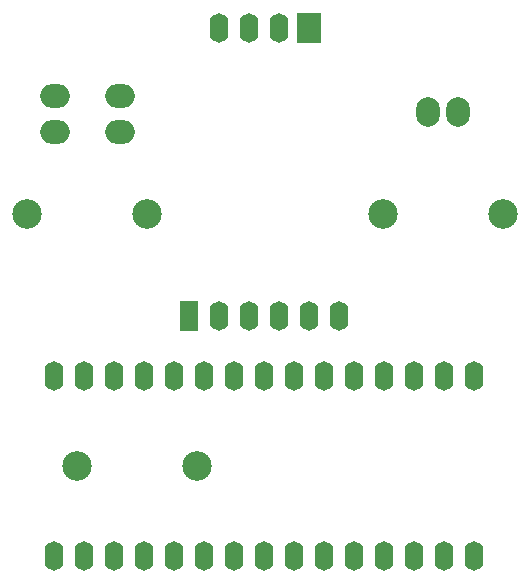
<source format=gtl>
G04 Layer: TopLayer*
G04 EasyEDA v6.5.48, 2025-03-12 00:12:57*
G04 549dcaa0f3144c7bb9172a23e6edd774,878c4c1e0da8487e804687d0af4422f9,10*
G04 Gerber Generator version 0.2*
G04 Scale: 100 percent, Rotated: No, Reflected: No *
G04 Dimensions in millimeters *
G04 leading zeros omitted , absolute positions ,4 integer and 5 decimal *
%FSLAX45Y45*%
%MOMM*%

%ADD10O,1.5999968X2.4999949999999997*%
%ADD11O,2.4999949999999997X1.9999959999999999*%
%ADD12R,1.6000X2.5000*%
%ADD13R,2.0000X2.5000*%
%ADD14O,1.9999959999999999X2.4999949999999997*%
%ADD15C,2.5000*%

%LPD*%
D10*
G01*
X723900Y254000D03*
G01*
X977900Y1778000D03*
G01*
X1485900Y1778000D03*
G01*
X1993900Y1778000D03*
G01*
X2501900Y1778000D03*
G01*
X3009900Y1778000D03*
G01*
X3517900Y1778000D03*
G01*
X4025900Y1778000D03*
G01*
X4279900Y254000D03*
G01*
X3771900Y254000D03*
G01*
X3263900Y254000D03*
G01*
X2755900Y254000D03*
G01*
X2247900Y254000D03*
G01*
X1739900Y254000D03*
G01*
X1231900Y254000D03*
G01*
X977900Y254000D03*
G01*
X1485900Y254000D03*
G01*
X1993900Y254000D03*
G01*
X2501900Y254000D03*
G01*
X3009900Y254000D03*
G01*
X3517900Y254000D03*
G01*
X4025900Y254000D03*
G01*
X4279900Y1778000D03*
G01*
X3771900Y1778000D03*
G01*
X3263900Y1778000D03*
G01*
X2755900Y1778000D03*
G01*
X2247900Y1778000D03*
G01*
X1739900Y1778000D03*
G01*
X1231900Y1778000D03*
G01*
X723900Y1778000D03*
D11*
G01*
X1278305Y3850512D03*
G01*
X728294Y3850512D03*
G01*
X1278305Y4150512D03*
G01*
X728294Y4150512D03*
D10*
G01*
X3136900Y2286000D03*
G01*
X2882900Y2286000D03*
G01*
X2628900Y2286000D03*
G01*
X2374900Y2286000D03*
G01*
X2120900Y2286000D03*
D12*
G01*
X1866900Y2286000D03*
D13*
G01*
X2882900Y4724400D03*
D10*
G01*
X2628900Y4724400D03*
G01*
X2374900Y4724400D03*
G01*
X2120900Y4724400D03*
D14*
G01*
X4140200Y4013200D03*
G01*
X3886200Y4013200D03*
D15*
G01*
X495300Y3149600D03*
G01*
X1511300Y3149600D03*
G01*
X3505200Y3149600D03*
G01*
X4521200Y3149600D03*
G01*
X1930400Y1016000D03*
G01*
X914400Y1016000D03*
M02*

</source>
